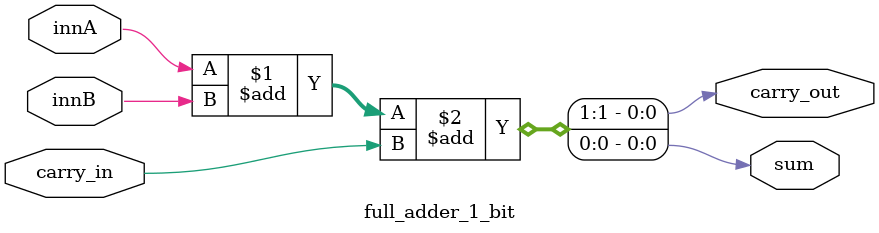
<source format=v>
`timescale 1ns / 1ps


module full_adder_1_bit(innA,innB,carry_in,sum,carry_out);
    input innA,innB,carry_in;
    output sum,carry_out;
    
    assign {carry_out,sum}=innA+innB+carry_in;
    
endmodule

</source>
